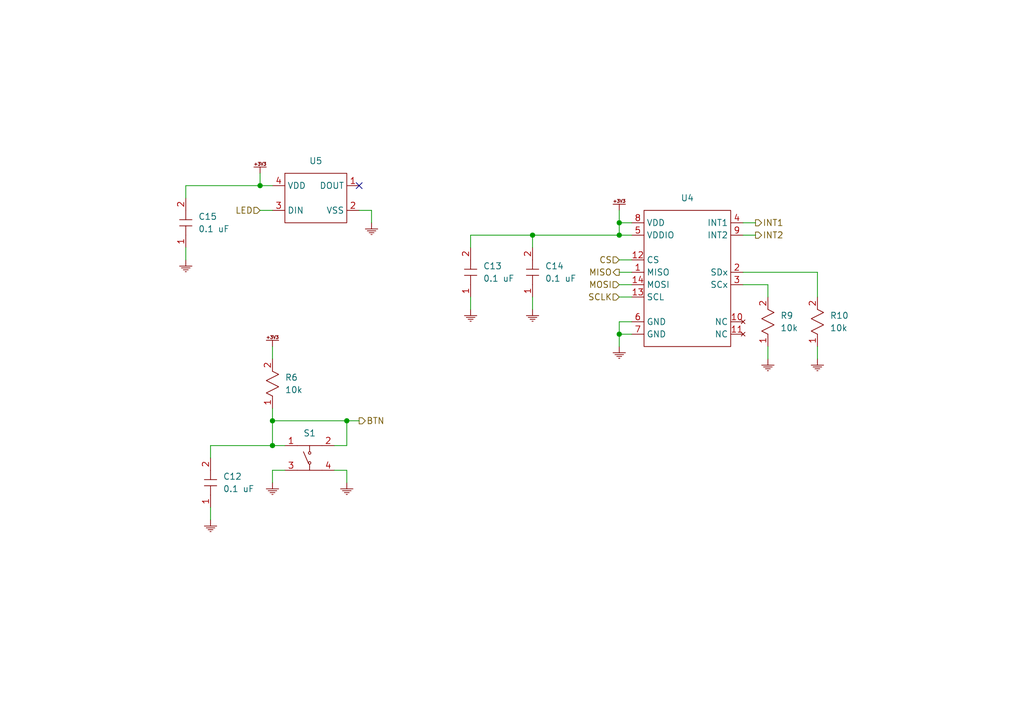
<source format=kicad_sch>
(kicad_sch (version 20230121) (generator eeschema)
  (paper "A5")
  (lib_symbols
    (symbol "zandmd:+3V3" (power) (pin_names (offset 0))
      (symbol "+3V3_0_1"
        (polyline (pts (xy -1.27 1.27) (xy 1.27 1.27)))
        (polyline (pts (xy 0 0) (xy 0 1.27)))
      )
      (symbol "+3V3_1_1"
        (text "+3V3" (at 0 1.905 0) (effects (font (size 0.635 0.635))))
        (pin power_in line (at 0 0 90) (length 0) hide (name "+3V3") (number "1"))
      )
    )
    (symbol "zandmd:2659"
      (property "Reference" "U" (at 0 0 0))
      (symbol "2659_0_1"
        (rectangle (start 2.54 10.16) (end 15.24 0))
      )
      (symbol "2659_1_1"
        (pin output line (at 17.78 7.62 180) (length 2.54) (name "DOUT") (number "1"))
        (pin passive line (at 17.78 2.54 180) (length 2.54) (name "VSS") (number "2"))
        (pin input line (at 0 2.54 0) (length 2.54) (name "DIN") (number "3"))
        (pin power_in line (at 0 7.62 0) (length 2.54) (name "VDD") (number "4"))
      )
    )
    (symbol "zandmd:CAPACITOR" (pin_names (offset 0))
      (property "Reference" "C" (at 0 0 0))
      (property "Value" "C" (at 0 0 0))
      (symbol "CAPACITOR_0_1"
        (polyline (pts (xy 2.54 0) (xy 4.445 0)))
        (polyline (pts (xy 4.445 1.27) (xy 4.445 -1.27)))
        (polyline (pts (xy 5.715 1.27) (xy 5.715 -1.27)))
        (polyline (pts (xy 7.62 0) (xy 5.715 0)))
      )
      (symbol "CAPACITOR_1_1"
        (pin passive line (at 0 0 0) (length 2.54) (name "") (number "1"))
        (pin passive line (at 10.16 0 180) (length 2.54) (name "") (number "2"))
      )
    )
    (symbol "zandmd:GND" (power) (pin_names (offset 0))
      (symbol "GND_0_1"
        (polyline (pts (xy -1.27 -1.27) (xy 1.27 -1.27)))
        (polyline (pts (xy -0.889 -1.651) (xy 0.889 -1.651)))
        (polyline (pts (xy -0.508 -2.032) (xy 0.508 -2.032)))
        (polyline (pts (xy -0.127 -2.413) (xy 0.127 -2.413)))
        (polyline (pts (xy 0 0) (xy 0 -1.27)))
      )
      (symbol "GND_1_1"
        (pin power_in line (at 0 0 270) (length 0) hide (name "GND") (number "1"))
      )
    )
    (symbol "zandmd:LSM6DSOTR"
      (property "Reference" "U" (at 0 0 0))
      (symbol "LSM6DSOTR_0_1"
        (rectangle (start 2.54 27.94) (end 20.32 0))
      )
      (symbol "LSM6DSOTR_1_1"
        (pin bidirectional line (at 0 15.24 0) (length 2.54) (name "SDO/SA0") (number "1") (alternate "MISO" output line))
        (pin output line (at 22.86 5.08 180) (length 2.54) (name "OCS_Aux") (number "10") (alternate "NC" no_connect line))
        (pin output line (at 22.86 2.54 180) (length 2.54) (name "SDO_Aux") (number "11") (alternate "NC" no_connect line))
        (pin input line (at 0 17.78 0) (length 2.54) (name "CS") (number "12"))
        (pin input line (at 0 10.16 0) (length 2.54) (name "SCL") (number "13"))
        (pin open_collector line (at 0 12.7 0) (length 2.54) (name "SDA") (number "14") (alternate "MOSI" input line))
        (pin passive line (at 22.86 15.24 180) (length 2.54) (name "SDx") (number "2"))
        (pin passive line (at 22.86 12.7 180) (length 2.54) (name "SCx") (number "3"))
        (pin output line (at 22.86 25.4 180) (length 2.54) (name "INT1") (number "4"))
        (pin power_in line (at 0 22.86 0) (length 2.54) (name "VDDIO") (number "5"))
        (pin passive line (at 0 5.08 0) (length 2.54) (name "GND") (number "6"))
        (pin passive line (at 0 2.54 0) (length 2.54) (name "GND") (number "7"))
        (pin power_in line (at 0 25.4 0) (length 2.54) (name "VDD") (number "8"))
        (pin output line (at 22.86 22.86 180) (length 2.54) (name "INT2") (number "9"))
      )
    )
    (symbol "zandmd:PTS645SM43SMTR92_LFS" (pin_names (offset 0))
      (property "Reference" "S" (at 0 0 0))
      (symbol "PTS645SM43SMTR92_LFS_0_1"
        (polyline (pts (xy 2.54 0) (xy 7.62 0)))
        (polyline (pts (xy 2.54 5.08) (xy 7.62 5.08)))
        (polyline (pts (xy 3.81 3.81) (xy 4.8514 1.397)))
        (polyline (pts (xy 5.08 0) (xy 5.08 1.27)))
        (polyline (pts (xy 5.08 5.08) (xy 5.08 3.81)))
        (circle (center 5.08 1.524) (radius 0.254))
        (circle (center 5.08 3.556) (radius 0.254))
      )
      (symbol "PTS645SM43SMTR92_LFS_1_1"
        (pin passive line (at 0 5.08 0) (length 2.54) (name "") (number "1"))
        (pin passive line (at 10.16 5.08 180) (length 2.54) (name "") (number "2"))
        (pin passive line (at 0 0 0) (length 2.54) (name "") (number "3"))
        (pin passive line (at 10.16 0 180) (length 2.54) (name "") (number "4"))
      )
    )
    (symbol "zandmd:RESISTOR" (pin_names (offset 0))
      (property "Reference" "R" (at 0 0 0))
      (property "Value" "R" (at 0 0 0))
      (symbol "RESISTOR_0_1"
        (polyline (pts (xy 2.54 0) (xy 3.175 1.27) (xy 4.445 -1.27) (xy 5.715 1.27) (xy 6.985 -1.27) (xy 7.62 0)))
      )
      (symbol "RESISTOR_1_1"
        (pin passive line (at 0 0 0) (length 2.54) (name "") (number "1"))
        (pin passive line (at 10.16 0 180) (length 2.54) (name "") (number "2"))
      )
    )
  )
  (junction (at 53.34 38.1))
  (junction (at 55.88 91.44))
  (junction (at 109.22 48.26))
  (junction (at 127 45.72))
  (junction (at 127 68.58))
  (junction (at 55.88 86.36))
  (junction (at 71.12 86.36))
  (junction (at 127 48.26))
  (no_connect (at 73.66 38.1))
  (wire (pts (xy 43.18 104.14) (xy 43.18 106.68)))
  (wire (pts (xy 58.42 91.44) (xy 55.88 91.44)))
  (wire (pts (xy 109.22 60.96) (xy 109.22 63.5)))
  (wire (pts (xy 152.4 58.42) (xy 157.48 58.42)))
  (wire (pts (xy 71.12 86.36) (xy 71.12 91.44)))
  (wire (pts (xy 71.12 86.36) (xy 73.66 86.36)))
  (wire (pts (xy 43.18 93.98) (xy 43.18 91.44)))
  (wire (pts (xy 167.64 71.12) (xy 167.64 73.66)))
  (wire (pts (xy 55.88 96.52) (xy 55.88 99.06)))
  (wire (pts (xy 53.34 35.56) (xy 53.34 38.1)))
  (wire (pts (xy 157.48 60.96) (xy 157.48 58.42)))
  (wire (pts (xy 53.34 43.18) (xy 55.88 43.18)))
  (wire (pts (xy 55.88 86.36) (xy 71.12 86.36)))
  (wire (pts (xy 76.2 45.72) (xy 76.2 43.18)))
  (wire (pts (xy 96.52 48.26) (xy 109.22 48.26)))
  (wire (pts (xy 43.18 91.44) (xy 55.88 91.44)))
  (wire (pts (xy 127 43.18) (xy 127 45.72)))
  (wire (pts (xy 53.34 38.1) (xy 55.88 38.1)))
  (wire (pts (xy 152.4 55.88) (xy 167.64 55.88)))
  (wire (pts (xy 127 68.58) (xy 127 71.12)))
  (wire (pts (xy 38.1 50.8) (xy 38.1 53.34)))
  (wire (pts (xy 127 53.34) (xy 129.54 53.34)))
  (wire (pts (xy 68.58 91.44) (xy 71.12 91.44)))
  (wire (pts (xy 109.22 48.26) (xy 127 48.26)))
  (wire (pts (xy 96.52 50.8) (xy 96.52 48.26)))
  (wire (pts (xy 109.22 50.8) (xy 109.22 48.26)))
  (wire (pts (xy 38.1 40.64) (xy 38.1 38.1)))
  (wire (pts (xy 96.52 60.96) (xy 96.52 63.5)))
  (wire (pts (xy 127 66.04) (xy 127 68.58)))
  (wire (pts (xy 127 55.88) (xy 129.54 55.88)))
  (wire (pts (xy 68.58 96.52) (xy 71.12 96.52)))
  (wire (pts (xy 58.42 96.52) (xy 55.88 96.52)))
  (wire (pts (xy 152.4 45.72) (xy 154.94 45.72)))
  (wire (pts (xy 167.64 55.88) (xy 167.64 60.96)))
  (wire (pts (xy 127 48.26) (xy 129.54 48.26)))
  (wire (pts (xy 38.1 38.1) (xy 53.34 38.1)))
  (wire (pts (xy 157.48 71.12) (xy 157.48 73.66)))
  (wire (pts (xy 127 45.72) (xy 127 48.26)))
  (wire (pts (xy 55.88 71.12) (xy 55.88 73.66)))
  (wire (pts (xy 71.12 99.06) (xy 71.12 96.52)))
  (wire (pts (xy 73.66 43.18) (xy 76.2 43.18)))
  (wire (pts (xy 127 45.72) (xy 129.54 45.72)))
  (wire (pts (xy 127 58.42) (xy 129.54 58.42)))
  (wire (pts (xy 55.88 91.44) (xy 55.88 86.36)))
  (wire (pts (xy 129.54 66.04) (xy 127 66.04)))
  (wire (pts (xy 152.4 48.26) (xy 154.94 48.26)))
  (wire (pts (xy 127 60.96) (xy 129.54 60.96)))
  (wire (pts (xy 129.54 68.58) (xy 127 68.58)))
  (wire (pts (xy 55.88 83.82) (xy 55.88 86.36)))
  (hierarchical_label "CS" (shape input) (at 127 53.34 180))
  (hierarchical_label "MOSI" (shape input) (at 127 58.42 180))
  (hierarchical_label "BTN" (shape output) (at 73.66 86.36 0))
  (hierarchical_label "INT2" (shape output) (at 154.94 48.26 0))
  (hierarchical_label "INT1" (shape output) (at 154.94 45.72 0))
  (hierarchical_label "LED" (shape input) (at 53.34 43.18 180))
  (hierarchical_label "SCLK" (shape input) (at 127 60.96 180))
  (hierarchical_label "MISO" (shape output) (at 127 55.88 180))
  (symbol (lib_id "zandmd:RESISTOR") (at 157.48 71.12 90) (unit 1)
    (property "Reference" "R9" (at 160.02 64.77 90) (effects (justify right)))
    (property "Value" "10k" (at 160.02 67.31 90) (effects (justify right)))
    (property "Footprint" "zandmd:PASSIVE-NPOL-0805" (effects hide))
    (property "Sim.Device" "R" (effects hide))
    (property "Sim.Pins" "1=+ 2=-" (effects hide))
  )
  (symbol (lib_id "zandmd:CAPACITOR") (at 38.1 50.8 90) (unit 1)
    (property "Reference" "C15" (at 40.64 44.45 90) (effects (justify right)))
    (property "Value" "0.1 uF" (at 40.64 46.99 90) (effects (justify right)))
    (property "Footprint" "zandmd:PASSIVE-NPOL-0805" (effects hide))
    (property "Sim.Device" "C" (effects hide))
    (property "Sim.Pins" "1=+ 2=-" (effects hide))
  )
  (symbol (lib_id "zandmd:+3V3") (at 127 43.18 0) (unit 1)
    (property "Reference" "#PWR019" (effects hide))
    (property "Value" "+3V3" (effects hide))
  )
  (symbol (lib_id "zandmd:GND") (at 127 71.12 0) (unit 1)
    (property "Reference" "#PWR018" (effects hide))
    (property "Value" "GND" (effects hide))
  )
  (symbol (lib_id "zandmd:RESISTOR") (at 167.64 71.12 90) (unit 1)
    (property "Reference" "R10" (at 170.18 64.77 90) (effects (justify right)))
    (property "Value" "10k" (at 170.18 67.31 90) (effects (justify right)))
    (property "Footprint" "zandmd:PASSIVE-NPOL-0805" (effects hide))
    (property "Sim.Device" "R" (effects hide))
    (property "Sim.Pins" "1=+ 2=-" (effects hide))
  )
  (symbol (lib_id "zandmd:GND") (at 167.64 73.66 0) (unit 1)
    (property "Reference" "#PWR017" (effects hide))
    (property "Value" "GND" (effects hide))
  )
  (symbol (lib_id "zandmd:GND") (at 76.2 45.72 0) (unit 1)
    (property "Reference" "#PWR09" (effects hide))
    (property "Value" "GND" (effects hide))
  )
  (symbol (lib_id "zandmd:+3V3") (at 55.88 71.12 0) (unit 1)
    (property "Reference" "#PWR014" (effects hide))
    (property "Value" "+3V3" (effects hide))
  )
  (symbol (lib_id "zandmd:+3V3") (at 53.34 35.56 0) (unit 1)
    (property "Reference" "#PWR010" (effects hide))
    (property "Value" "+3V3" (effects hide))
  )
  (symbol (lib_id "zandmd:CAPACITOR") (at 43.18 104.14 90) (unit 1)
    (property "Reference" "C12" (at 45.72 97.79 90) (effects (justify right)))
    (property "Value" "0.1 uF" (at 45.72 100.33 90) (effects (justify right)))
    (property "Footprint" "zandmd:PASSIVE-NPOL-0805" (effects hide))
    (property "Sim.Device" "C" (effects hide))
    (property "Sim.Pins" "1=+ 2=-" (effects hide))
  )
  (symbol (lib_id "zandmd:LSM6DSOTR") (at 129.54 71.12 0) (unit 1)
    (property "Reference" "U4" (at 140.97 40.64 0))
    (property "Value" "LSM6DSOTR" (effects hide))
    (property "Footprint" "zandmd:LSM6DSOTR" (effects hide))
    (property "Datasheet" "https://www.st.com/resource/en/datasheet/lsm6dso.pdf" (effects hide))
    (property "Sim.Enable" "0" (effects hide))
    (pin "1" (alternate "MISO"))
    (pin "10" (alternate "NC"))
    (pin "11" (alternate "NC"))
    (pin "14" (alternate "MOSI"))
  )
  (symbol (lib_id "zandmd:GND") (at 43.18 106.68 0) (unit 1)
    (property "Reference" "#PWR015" (effects hide))
    (property "Value" "GND" (effects hide))
  )
  (symbol (lib_id "zandmd:GND") (at 157.48 73.66 0) (unit 1)
    (property "Reference" "#PWR016" (effects hide))
    (property "Value" "GND" (effects hide))
  )
  (symbol (lib_id "zandmd:CAPACITOR") (at 109.22 60.96 90) (unit 1)
    (property "Reference" "C14" (at 111.76 54.61 90) (effects (justify right)))
    (property "Value" "0.1 uF" (at 111.76 57.15 90) (effects (justify right)))
    (property "Footprint" "zandmd:PASSIVE-NPOL-0805" (effects hide))
    (property "Sim.Device" "C" (effects hide))
    (property "Sim.Pins" "1=+ 2=-" (effects hide))
  )
  (symbol (lib_id "zandmd:RESISTOR") (at 55.88 83.82 90) (unit 1)
    (property "Reference" "R6" (at 58.42 77.47 90) (effects (justify right)))
    (property "Value" "10k" (at 58.42 80.01 90) (effects (justify right)))
    (property "Footprint" "zandmd:PASSIVE-NPOL-0805" (effects hide))
    (property "Sim.Device" "R" (effects hide))
    (property "Sim.Pins" "1=+ 2=-" (effects hide))
  )
  (symbol (lib_id "zandmd:GND") (at 109.22 63.5 0) (unit 1)
    (property "Reference" "#PWR020" (effects hide))
    (property "Value" "GND" (effects hide))
  )
  (symbol (lib_id "zandmd:CAPACITOR") (at 96.52 60.96 90) (unit 1)
    (property "Reference" "C13" (at 99.06 54.61 90) (effects (justify right)))
    (property "Value" "0.1 uF" (at 99.06 57.15 90) (effects (justify right)))
    (property "Footprint" "zandmd:PASSIVE-NPOL-0805" (effects hide))
    (property "Sim.Device" "C" (effects hide))
    (property "Sim.Pins" "1=+ 2=-" (effects hide))
  )
  (symbol (lib_id "zandmd:PTS645SM43SMTR92_LFS") (at 58.42 96.52 0) (unit 1)
    (property "Reference" "S1" (at 63.5 88.9 0))
    (property "Value" "PTS645SM43SMTR92 LFS" (effects hide))
    (property "Footprint" "zandmd:PTS645SM43SMTR92 LFS" (effects hide))
    (property "Datasheet" "https://www.ckswitches.com/media/1471/pts645.pdf" (effects hide))
    (property "Sim.Enable" "0" (effects hide))
  )
  (symbol (lib_id "zandmd:GND") (at 96.52 63.5 0) (unit 1)
    (property "Reference" "#PWR021" (effects hide))
    (property "Value" "GND" (effects hide))
  )
  (symbol (lib_id "zandmd:GND") (at 71.12 99.06 0) (unit 1)
    (property "Reference" "#PWR013" (effects hide))
    (property "Value" "GND" (effects hide))
  )
  (symbol (lib_id "zandmd:GND") (at 38.1 53.34 0) (unit 1)
    (property "Reference" "#PWR011" (effects hide))
    (property "Value" "GND" (effects hide))
  )
  (symbol (lib_id "zandmd:2659") (at 55.88 45.72 0) (unit 1)
    (property "Reference" "U5" (at 64.77 33.02 0))
    (property "Value" "2659" (effects hide))
    (property "Footprint" "zandmd:2659" (effects hide))
    (property "Datasheet" "https://cdn-shop.adafruit.com/product-files/2686/SK6812MINI_REV.01-1-2.pdf" (effects hide))
    (property "Sim.Enable" "0" (effects hide))
  )
  (symbol (lib_id "zandmd:GND") (at 55.88 99.06 0) (unit 1)
    (property "Reference" "#PWR012" (effects hide))
    (property "Value" "GND" (effects hide))
  )
)
</source>
